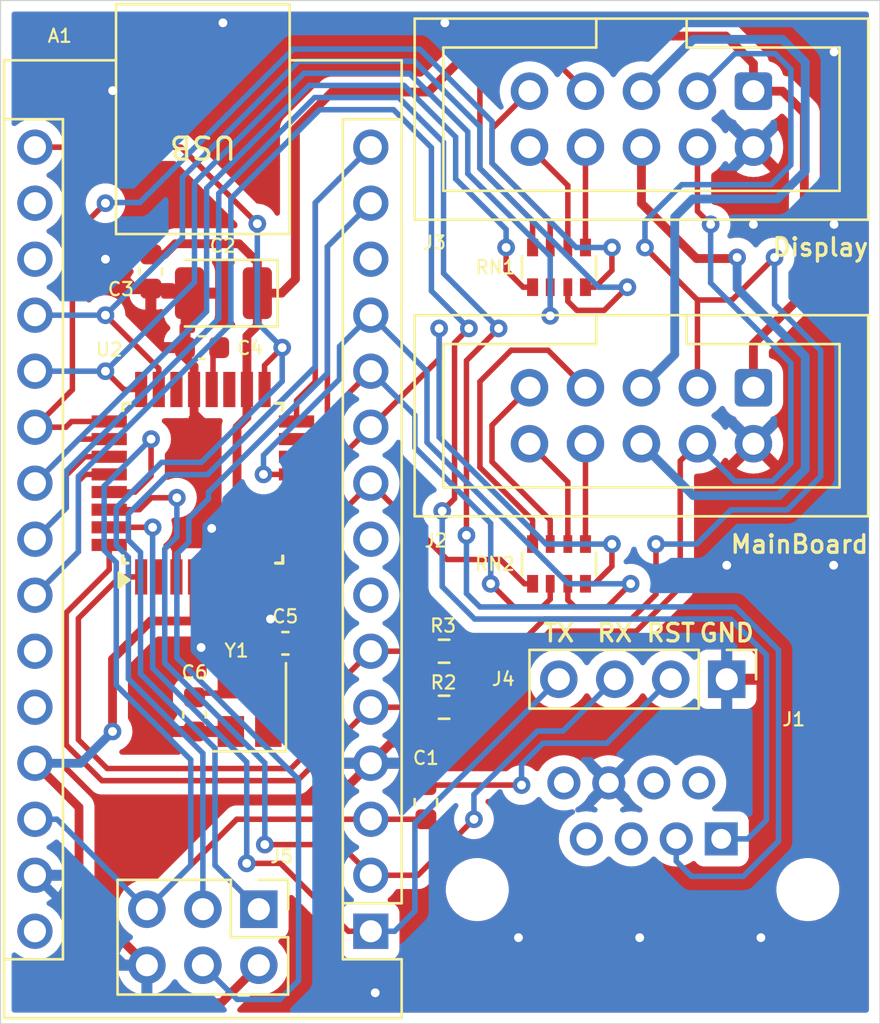
<source format=kicad_pcb>
(kicad_pcb (version 20240108) (generator "pcbnew") (generator_version "8.0")
  (layers (0 "F.Cu" signal) (31 "B.Cu" signal) (34 "B.Paste" user) (35 "F.Paste" user) (36 "B.SilkS" user "B.Silkscreen") (37 "F.SilkS" user "F.Silkscreen") (38 "B.Mask" user) (39 "F.Mask" user) (44 "Edge.Cuts" user))
  (net 0 "")
  (net 1 "/inUP_15")
  (net 2 "/SCK")
  (net 3 "/RESET")
  (net 4 "/MISO")
  (net 6 "/inSET_14")
  (net 9 "/MOSI")
  (net 10 "/hardSCL")
  (net 11 "/outDOWN_7")
  (net 12 "/hardSDA")
  (net 13 "/SDA_D3_3")
  (net 14 "/TX")
  (net 15 "GND")
  (net 17 "+5V")
  (net 18 "/inON_17")
  (net 19 "/SCL_D2_2")
  (net 22 "/outON_6")
  (net 24 "/RX")
  (net 26 "/inDOWN_16")
  (net 27 "/outUP_8")
  (net 28 "/outSET_9")
  (net 29 "Net-(J4-Pin_2)")
  (net 30 "Net-(U2-AREF)")
  (net 31 "Net-(U2-XTAL2{slash}PB7)")
  (net 32 "Net-(U2-XTAL1{slash}PB6)")
  (net 38 "Net-(J2-Pin_7)")
  (net 39 "/-Ligth")
  (net 40 "Net-(J2-Pin_8)")
  (net 41 "Net-(J2-Pin_10)")
  (net 42 "/softSDA")
  (net 43 "/softSCL")
  (net 44 "Net-(J2-Pin_9)")
  (net 45 "/+Ligth")
  (net 46 "Net-(J3-Pin_7)")
  (net 47 "Net-(J3-Pin_10)")
  (net 48 "Net-(J3-Pin_9)")
  (net 49 "Net-(J3-Pin_8)")
  (footprint "Connector_PinHeader_2.54mm:PinHeader_2x03_P2.54mm_Vertical" (layer "F.Cu") (at 111.72 121.21 -90)
    (property "Reference" "J5")
    (property "Value" "PROG")
  )
  (footprint "Resistor_SMD:R_Array_Convex_4x0603" (layer "F.Cu") (at 125.34 92.1 -90)
    (property "Reference" "RN1")
    (property "Value" "1K")
  )
  (footprint "Crystal:Crystal_SMD_3225-4Pin_3.2x2.5mm" (layer "F.Cu") (at 111.3 112.05 90)
    (property "Reference" "Y1")
    (property "Value" "16MHz")
  )
  (footprint "Resistor_SMD:R_0603_1608Metric" (layer "F.Cu") (at 120.125 112.05)
    (property "Reference" "R2")
    (property "Value" "10K")
  )
  (footprint "Capacitor_SMD:C_0603_1608Metric" (layer "F.Cu") (at 112.925 109.15)
    (property "Reference" "C5")
    (property "Value" "10pF")
  )
  (footprint "Connector_PinHeader_2.54mm:PinHeader_1x04_P2.54mm_Vertical" (layer "F.Cu") (at 132.95 110.78 -90)
    (property "Reference" "J4")
    (property "Value" "UART PROG")
  )
  (footprint "Resistor_SMD:R_0603_1608Metric" (layer "F.Cu") (at 120.125 109.51)
    (property "Reference" "R3")
    (property "Value" "10K")
  )
  (footprint "Resistor_SMD:R_Array_Convex_4x0603" (layer "F.Cu") (at 125.34 105.55 -90)
    (property "Reference" "RN2")
    (property "Value" "100R")
  )
  (footprint "Capacitor_SMD:C_0603_1608Metric" (layer "F.Cu") (at 108.8 112.375 90)
    (property "Reference" "C6")
    (property "Value" "10pF")
  )
  (footprint "MegaSensor:IDC-Header_2x05_P2.54mm_VerticalSilk" (layer "F.Cu") (at 134.16 84.11 -90)
    (property "Reference" "J3")
    (property "Value" "Display")
  )
  (footprint "MegaSensor:Arduino_Nano" (layer "F.Cu") (at 116.8 122.21 180)
    (property "Reference" "A1")
    (property "Value" "Arduino_Nano_v2.x")
  )
  (footprint "Package_QFP:TQFP-32_7x7mm_P0.8mm" (layer "F.Cu") (at 109.18 101.89 90)
    (property "Reference" "U2")
    (property "Value" "ATmega328P-A")
  )
  (footprint "MegaSensor:RJ45_OST_PJ012-8P8CX_VerticalSensor" (layer "F.Cu") (at 129.13 118.02)
    (property "Reference" "J1")
    (property "Value" "8P8C")
  )
  (footprint "Capacitor_SMD:C_0603_1608Metric" (layer "F.Cu") (at 106.82 92.29 90)
    (property "Reference" "C3")
    (property "Value" "100nF")
  )
  (footprint "MegaSensor:IDC-Header_2x05_P2.54mm_VerticalSilk" (layer "F.Cu") (at 134.16 97.56 -90)
    (property "Reference" "J2")
    (property "Value" "MainBoard")
  )
  (footprint "Capacitor_SMD:C_0603_1608Metric" (layer "F.Cu") (at 119.3 116.355 90)
    (property "Reference" "C1")
    (property "Value" "100nF")
  )
  (footprint "Capacitor_Tantalum_SMD:CP_EIA-3528-12_Kemet-T" (layer "F.Cu") (at 110.1125 93.27 180)
    (property "Reference" "C2")
    (property "Value" "22uF 10V")
  )
  (footprint "Capacitor_SMD:C_0603_1608Metric" (layer "F.Cu") (at 109.145 95.74)
    (property "Reference" "C4")
    (property "Value" "100nF")
  )
  (gr_line (start 100 80) (end 139.9 80) (stroke (width 0.05)) (layer "Edge.Cuts"))
  (gr_line (start 139.9 126.4) (end 100 126.4) (stroke (width 0.05)) (layer "Edge.Cuts"))
  (gr_line (start 100 126.4) (end 100 80) (stroke (width 0.05)) (layer "Edge.Cuts"))
  (gr_line (start 139.9 80) (end 139.9 126.4) (stroke (width 0.05)) (layer "Edge.Cuts"))
  (gr_text "Display" (at 137.2 91.19 0) (layer "F.SilkS") (effects (font (size 0.8 0.8) (thickness 0.15) (bold yes))))
  (gr_text "GND" (at 132.95 108.68 0) (layer "F.SilkS") (effects (font (size 0.8 0.8) (thickness 0.15) (bold yes))))
  (gr_text "MainBoard" (at 136.25 104.66 0) (layer "F.SilkS") (effects (font (size 0.8 0.8) (thickness 0.15) (bold yes))))
  (gr_text "TX" (at 125.33 108.68 0) (layer "F.SilkS") (effects (font (size 0.8 0.8) (thickness 0.15) (bold yes))))
  (gr_text "RST" (at 130.41 108.68 0) (layer "F.SilkS") (effects (font (size 0.8 0.8) (thickness 0.15) (bold yes))))
  (gr_text "RX" (at 127.87 108.68 0) (layer "F.SilkS") (effects (font (size 0.8 0.8) (thickness 0.15) (bold yes))))
  (segment (start 105.59 97.64) (end 106.38 97.64) (width 0.25) (layer "F.Cu") (net 1))
  (segment (start 104.76 96.81) (end 105.59 97.64) (width 0.25) (layer "F.Cu") (net 1))
  (segment (start 124.94 94.3) (end 124.94 93) (width 0.25) (layer "F.Cu") (net 1))
  (via (at 104.76 96.81) (size 0.8) (drill 0.4) (layers "F.Cu" "B.Cu") (net 1))
  (via (at 124.94 94.3) (size 0.8) (drill 0.4) (layers "F.Cu" "B.Cu") (net 1))
  (segment (start 108.8 92.77) (end 104.76 96.81) (width 0.25) (layer "B.Cu") (net 1))
  (segment (start 108.8 88.27) (end 108.8 92.77) (width 0.25) (layer "B.Cu") (net 1))
  (segment (start 118.55 83.3) (end 113.77 83.3) (width 0.25) (layer "B.Cu") (net 1))
  (segment (start 121.2 85.95) (end 118.55 83.3) (width 0.25) (layer "B.Cu") (net 1))
  (segment (start 113.77 83.3) (end 108.8 88.27) (width 0.25) (layer "B.Cu") (net 1))
  (segment (start 124.94 91.59) (end 121.2 87.85) (width 0.25) (layer "B.Cu") (net 1))
  (segment (start 104.76 96.81) (end 101.56 96.81) (width 0.25) (layer "B.Cu") (net 1))
  (segment (start 121.2 87.85) (end 121.2 85.95) (width 0.25) (layer "B.Cu") (net 1))
  (segment (start 124.94 94.3) (end 124.94 91.59) (width 0.25) (layer "B.Cu") (net 1))
  (segment (start 111.65 90.12) (end 108.18 86.65) (width 0.25) (layer "F.Cu") (net 2))
  (segment (start 112.78 95.74) (end 111.98 96.54) (width 0.25) (layer "F.Cu") (net 2))
  (segment (start 111.98 96.54) (end 111.98 97.64) (width 0.25) (layer "F.Cu") (net 2))
  (segment (start 108.18 86.65) (end 101.56 86.65) (width 0.25) (layer "F.Cu") (net 2))
  (via (at 112.78 95.74) (size 0.8) (drill 0.4) (layers "F.Cu" "B.Cu") (net 2))
  (via (at 111.65 90.12) (size 0.8) (drill 0.4) (layers "F.Cu" "B.Cu") (net 2))
  (segment (start 112.78 97.27) (end 112.78 95.74) (width 0.25) (layer "B.Cu") (net 2))
  (segment (start 105.8 110.76) (end 105.8 105.25) (width 0.25) (layer "B.Cu") (net 2))
  (segment (start 109.11 100.94) (end 112.78 97.27) (width 0.25) (layer "B.Cu") (net 2))
  (segment (start 111.65 90.12) (end 111.65 94.61) (width 0.25) (layer "B.Cu") (net 2))
  (segment (start 109.18 121.21) (end 109.18 114.14) (width 0.25) (layer "B.Cu") (net 2))
  (segment (start 105.25 104.7) (end 105.25 103) (width 0.25) (layer "B.Cu") (net 2))
  (segment (start 111.65 94.61) (end 112.78 95.74) (width 0.25) (layer "B.Cu") (net 2))
  (segment (start 109.18 114.14) (end 105.8 110.76) (width 0.25) (layer "B.Cu") (net 2))
  (segment (start 107.31 100.94) (end 109.11 100.94) (width 0.25) (layer "B.Cu") (net 2))
  (segment (start 105.25 103) (end 107.31 100.94) (width 0.25) (layer "B.Cu") (net 2))
  (segment (start 105.8 105.25) (end 105.25 104.7) (width 0.25) (layer "B.Cu") (net 2))
  (segment (start 116.8 117.13) (end 110.72 117.13) (width 0.25) (layer "F.Cu") (net 3))
  (segment (start 106.64 121.06) (end 106.64 121.21) (width 0.4) (layer "F.Cu") (net 3))
  (segment (start 106.83 101.56) (end 106.1 102.29) (width 0.25) (layer "F.Cu") (net 3))
  (segment (start 106.1 102.29) (end 104.93 102.29) (width 0.25) (layer "F.Cu") (net 3))
  (segment (start 106.83 99.89) (end 106.83 101.56) (width 0.25) (layer "F.Cu") (net 3))
  (segment (start 116.8 117.13) (end 119.3 117.13) (width 0.25) (layer "F.Cu") (net 3))
  (segment (start 110.72 117.13) (end 106.64 121.21) (width 0.25) (layer "F.Cu") (net 3))
  (via (at 106.83 99.89) (size 0.8) (drill 0.4) (layers "F.Cu" "B.Cu") (net 3))
  (segment (start 105.25 111.05) (end 108.63 114.43) (width 0.25) (layer "B.Cu") (net 3))
  (segment (start 105.25 105.48) (end 105.25 111.05) (width 0.25) (layer "B.Cu") (net 3))
  (segment (start 104.7 104.93) (end 105.25 105.48) (width 0.25) (layer "B.Cu") (net 3))
  (segment (start 106.64 121.21) (end 102.56 117.13) (width 0.25) (layer "B.Cu") (net 3))
  (segment (start 108.63 119.22) (end 106.64 121.21) (width 0.25) (layer "B.Cu") (net 3))
  (segment (start 102.56 117.13) (end 101.56 117.13) (width 0.25) (layer "B.Cu") (net 3))
  (segment (start 106.83 99.89) (end 104.7 102.02) (width 0.25) (layer "B.Cu") (net 3))
  (segment (start 108.63 114.43) (end 108.63 119.22) (width 0.25) (layer "B.Cu") (net 3))
  (segment (start 104.7 102.02) (end 104.7 104.93) (width 0.25) (layer "B.Cu") (net 3))
  (segment (start 114.28 97.29) (end 113.43 98.14) (width 0.25) (layer "F.Cu") (net 4))
  (segment (start 116.8 86.65) (end 114.28 89.17) (width 0.25) (layer "F.Cu") (net 4))
  (segment (start 114.28 89.17) (end 114.28 97.29) (width 0.25) (layer "F.Cu") (net 4))
  (segment (start 113.43 98.14) (end 113.43 99.09) (width 0.25) (layer "F.Cu") (net 4))
  (segment (start 109.39 101.5) (end 114.28 96.61) (width 0.25) (layer "B.Cu") (net 4))
  (segment (start 114.28 89.17) (end 116.8 86.65) (width 0.25) (layer "B.Cu") (net 4))
  (segment (start 106.35 105.02) (end 105.8 104.47) (width 0.25) (layer "B.Cu") (net 4))
  (segment (start 111.72 121.21) (end 109.73 119.22) (width 0.25) (layer "B.Cu") (net 4))
  (segment (start 105.8 104.47) (end 105.8 103.28) (width 0.25) (layer "B.Cu") (net 4))
  (segment (start 107.58 101.5) (end 109.39 101.5) (width 0.25) (layer "B.Cu") (net 4))
  (segment (start 109.73 119.22) (end 109.73 113.91) (width 0.25) (layer "B.Cu") (net 4))
  (segment (start 114.28 96.61) (end 114.28 89.17) (width 0.25) (layer "B.Cu") (net 4))
  (segment (start 106.35 110.53) (end 106.35 105.02) (width 0.25) (layer "B.Cu") (net 4))
  (segment (start 105.8 103.28) (end 107.58 101.5) (width 0.25) (layer "B.Cu") (net 4))
  (segment (start 109.73 113.91) (end 106.35 110.53) (width 0.25) (layer "B.Cu") (net 4))
  (segment (start 125.74 93.64) (end 125.74 93) (width 0.25) (layer "F.Cu") (net 6))
  (segment (start 126.15 94.05) (end 125.74 93.64) (width 0.25) (layer "F.Cu") (net 6))
  (segment (start 104.76 94.27) (end 107.18 96.69) (width 0.25) (layer "F.Cu") (net 6))
  (segment (start 128.44 93) (end 127.39 94.05) (width 0.25) (layer "F.Cu") (net 6))
  (segment (start 107.18 96.69) (end 107.18 97.64) (width 0.25) (layer "F.Cu") (net 6))
  (segment (start 127.39 94.05) (end 126.15 94.05) (width 0.25) (layer "F.Cu") (net 6))
  (via (at 104.76 94.27) (size 0.8) (drill 0.4) (layers "F.Cu" "B.Cu") (net 6))
  (via (at 128.44 93) (size 0.8) (drill 0.4) (layers "F.Cu" "B.Cu") (net 6))
  (segment (start 108.25 88.02) (end 113.52 82.75) (width 0.25) (layer "B.Cu") (net 6))
  (segment (start 104.76 94.27) (end 101.56 94.27) (width 0.25) (layer "B.Cu") (net 6))
  (segment (start 118.78 82.75) (end 121.75 85.72) (width 0.25) (layer "B.Cu") (net 6))
  (segment (start 113.52 82.75) (end 118.78 82.75) (width 0.25) (layer "B.Cu") (net 6))
  (segment (start 108.25 90.78) (end 108.25 88.02) (width 0.25) (layer "B.Cu") (net 6))
  (segment (start 127.14 93) (end 128.44 93) (width 0.25) (layer "B.Cu") (net 6))
  (segment (start 104.76 94.27) (end 108.25 90.78) (width 0.25) (layer "B.Cu") (net 6))
  (segment (start 121.75 87.61) (end 127.14 93) (width 0.25) (layer "B.Cu") (net 6))
  (segment (start 121.75 85.72) (end 121.75 87.61) (width 0.25) (layer "B.Cu") (net 6))
  (segment (start 114.83 99.49) (end 114.43 99.89) (width 0.25) (layer "F.Cu") (net 9))
  (segment (start 114.43 99.89) (end 113.43 99.89) (width 0.25) (layer "F.Cu") (net 9))
  (segment (start 114.83 91.16) (end 114.83 99.49) (width 0.25) (layer "F.Cu") (net 9))
  (segment (start 116.8 89.19) (end 114.83 91.16) (width 0.25) (layer "F.Cu") (net 9))
  (segment (start 109.435 102.295) (end 109.435 102.595) (width 0.25) (layer "B.Cu") (net 9))
  (segment (start 108 105.1) (end 108 109.8) (width 0.25) (layer "B.Cu") (net 9))
  (segment (start 109.435 102.595) (end 108.54 103.49) (width 0.25) (layer "B.Cu") (net 9))
  (segment (start 113.52 124.45) (end 112.67 125.3) (width 0.25) (layer "B.Cu") (net 9))
  (segment (start 108 109.8) (end 113.52 115.32) (width 0.25) (layer "B.Cu") (net 9))
  (segment (start 113.52 115.32) (end 113.52 124.45) (width 0.25) (layer "B.Cu") (net 9))
  (segment (start 108.54 103.49) (end 108.54 104.56) (width 0.25) (layer "B.Cu") (net 9))
  (segment (start 108.54 104.56) (end 108 105.1) (width 0.25) (layer "B.Cu") (net 9))
  (segment (start 110.73 125.3) (end 109.18 123.75) (width 0.25) (layer "B.Cu") (net 9))
  (segment (start 114.83 91.16) (end 114.83 96.9) (width 0.25) (layer "B.Cu") (net 9))
  (segment (start 114.83 96.9) (end 109.435 102.295) (width 0.25) (layer "B.Cu") (net 9))
  (segment (start 112.67 125.3) (end 110.73 125.3) (width 0.25) (layer "B.Cu") (net 9))
  (segment (start 116.8 89.19) (end 114.83 91.16) (width 0.25) (layer "B.Cu") (net 9))
  (segment (start 121.25 94.87) (end 120.6 95.52) (width 0.25) (layer "F.Cu") (net 10))
  (segment (start 104.93 101.49) (end 103.84 101.49) (width 0.25) (layer "F.Cu") (net 10))
  (segment (start 103.53 101.8) (end 103.53 105) (width 0.25) (layer "F.Cu") (net 10))
  (segment (start 120.6 102.59) (end 120.04 103.15) (width 0.25) (layer "F.Cu") (net 10))
  (segment (start 103.84 101.49) (end 103.53 101.8) (width 0.25) (layer "F.Cu") (net 10))
  (segment (start 120.6 95.52) (end 120.6 102.59) (width 0.25) (layer "F.Cu") (net 10))
  (segment (start 103.53 105) (end 101.56 106.97) (width 0.25) (layer "F.Cu") (net 10))
  (via (at 120.04 103.15) (size 0.8) (drill 0.4) (layers "F.Cu" "B.Cu") (net 10))
  (via (at 121.25 94.87) (size 0.8) (drill 0.4) (layers "F.Cu" "B.Cu") (net 10))
  (segment (start 110.45 88.98) (end 110.45 94.66) (width 0.25) (layer "B.Cu") (net 10))
  (segment (start 121.25 94.87) (end 119.55 93.17) (width 0.25) (layer "B.Cu") (net 10))
  (segment (start 134.75 117.17) (end 133.9 118.02) (width 0.25) (layer "B.Cu") (net 10))
  (segment (start 121.51 108.05) (end 133.12 108.05) (width 0.25) (layer "B.Cu") (net 10))
  (segment (start 119.55 86.67) (end 117.83 84.95) (width 0.25) (layer "B.Cu") (net 10))
  (segment (start 114.48 84.95) (end 110.45 88.98) (width 0.25) (layer "B.Cu") (net 10))
  (segment (start 134.75 109.68) (end 134.75 117.17) (width 0.25) (layer "B.Cu") (net 10))
  (segment (start 103.53 101.58) (end 103.53 105) (width 0.25) (layer "B.Cu") (net 10))
  (segment (start 103.53 105) (end 101.56 106.97) (width 0.25) (layer "B.Cu") (net 10))
  (segment (start 133.9 118.02) (end 132.7 118.02) (width 0.25) (layer "B.Cu") (net 10))
  (segment (start 117.83 84.95) (end 114.48 84.95) (width 0.25) (layer "B.Cu") (net 10))
  (segment (start 119.55 93.17) (end 119.55 86.67) (width 0.25) (layer "B.Cu") (net 10))
  (segment (start 120.04 106.58) (end 121.51 108.05) (width 0.25) (layer "B.Cu") (net 10))
  (segment (start 110.45 94.66) (end 103.53 101.58) (width 0.25) (layer "B.Cu") (net 10))
  (segment (start 120.04 103.15) (end 120.04 106.58) (width 0.25) (layer "B.Cu") (net 10))
  (segment (start 133.12 108.05) (end 134.75 109.68) (width 0.25) (layer "B.Cu") (net 10))
  (segment (start 126.95 106.45) (end 126.54 106.45) (width 0.25) (layer "F.Cu") (net 11))
  (segment (start 115.38 102.15) (end 115.38 100.77) (width 0.25) (layer "F.Cu") (net 11))
  (segment (start 119.9 94.87) (end 119.9 96.25) (width 0.25) (layer "F.Cu") (net 11))
  (segment (start 119.9 96.25) (end 116.8 99.35) (width 0.25) (layer "F.Cu") (net 11))
  (segment (start 115.38 100.77) (end 116.8 99.35) (width 0.25) (layer "F.Cu") (net 11))
  (segment (start 113.43 103.09) (end 114.44 103.09) (width 0.25) (layer "F.Cu") (net 11))
  (segment (start 127.74 105.66) (end 126.95 106.45) (width 0.25) (layer "F.Cu") (net 11))
  (segment (start 127.74 104.65) (end 127.74 105.66) (width 0.25) (layer "F.Cu") (net 11))
  (segment (start 114.44 103.09) (end 115.38 102.15) (width 0.25) (layer "F.Cu") (net 11))
  (via (at 127.74 104.65) (size 0.8) (drill 0.4) (layers "F.Cu" "B.Cu") (net 11))
  (via (at 119.9 94.87) (size 0.8) (drill 0.4) (layers "F.Cu" "B.Cu") (net 11))
  (segment (start 119.9 94.87) (end 119.9 99.8) (width 0.25) (layer "B.Cu") (net 11))
  (segment (start 124.75 104.65) (end 127.74 104.65) (width 0.25) (layer "B.Cu") (net 11))
  (segment (start 119.9 99.8) (end 124.75 104.65) (width 0.25) (layer "B.Cu") (net 11))
  (segment (start 102.98 103.01) (end 101.56 104.43) (width 0.25) (layer "F.Cu") (net 12))
  (segment (start 122.6 94.87) (end 121.14 96.33) (width 0.25) (layer "F.Cu") (net 12))
  (segment (start 121.14 96.33) (end 121.14 104.25) (width 0.25) (layer "F.Cu") (net 12))
  (segment (start 103.82 100.69) (end 102.98 101.53) (width 0.25) (layer "F.Cu") (net 12))
  (segment (start 102.98 101.53) (end 102.98 103.01) (width 0.25) (layer "F.Cu") (net 12))
  (segment (start 104.93 100.69) (end 103.82 100.69) (width 0.25) (layer "F.Cu") (net 12))
  (via (at 121.14 104.25) (size 0.8) (drill 0.4) (layers "F.Cu" "B.Cu") (net 12))
  (via (at 122.6 94.87) (size 0.8) (drill 0.4) (layers "F.Cu" "B.Cu") (net 12))
  (segment (start 120.1 92.37) (end 120.1 86.43) (width 0.25) (layer "B.Cu") (net 12))
  (segment (start 102.98 101.34) (end 102.98 103.01) (width 0.25) (layer "B.Cu") (net 12))
  (segment (start 120.1 86.43) (end 118.07 84.4) (width 0.25) (layer "B.Cu") (net 12))
  (segment (start 109.9 88.75) (end 109.9 94.42) (width 0.25) (layer "B.Cu") (net 12))
  (segment (start 122.6 94.87) (end 120.1 92.37) (width 0.25) (layer "B.Cu") (net 12))
  (segment (start 121.14 106.89) (end 121.75 107.5) (width 0.25) (layer "B.Cu") (net 12))
  (segment (start 109.9 94.42) (end 102.98 101.34) (width 0.25) (layer "B.Cu") (net 12))
  (segment (start 102.98 103.01) (end 101.56 104.43) (width 0.25) (layer "B.Cu") (net 12))
  (segment (start 121.14 104.25) (end 121.14 106.89) (width 0.25) (layer "B.Cu") (net 12))
  (segment (start 121.75 107.5) (end 133.34 107.5) (width 0.25) (layer "B.Cu") (net 12))
  (segment (start 131.35 119.72) (end 130.66 119.03) (width 0.25) (layer "B.Cu") (net 12))
  (segment (start 118.07 84.4) (end 114.25 84.4) (width 0.25) (layer "B.Cu") (net 12))
  (segment (start 133.34 107.5) (end 135.3 109.46) (width 0.25) (layer "B.Cu") (net 12))
  (segment (start 114.25 84.4) (end 109.9 88.75) (width 0.25) (layer "B.Cu") (net 12))
  (segment (start 133.7 119.72) (end 131.35 119.72) (width 0.25) (layer "B.Cu") (net 12))
  (segment (start 135.3 109.46) (end 135.3 118.12) (width 0.25) (layer "B.Cu") (net 12))
  (segment (start 130.66 119.03) (end 130.66 118.02) (width 0.25) (layer "B.Cu") (net 12))
  (segment (start 135.3 118.12) (end 133.7 119.72) (width 0.25) (layer "B.Cu") (net 12))
  (segment (start 103.53 108.02) (end 105.41 106.14) (width 0.25) (layer "F.Cu") (net 13))
  (segment (start 115.3 112.71) (end 113.18 114.83) (width 0.25) (layer "F.Cu") (net 13))
  (segment (start 116.8 109.51) (end 119.3 109.51) (width 0.25) (layer "F.Cu") (net 13))
  (segment (start 105.41 106.14) (end 106.38 106.14) (width 0.25) (layer "F.Cu") (net 13))
  (segment (start 113.18 114.83) (end 104.84 114.83) (width 0.25) (layer "F.Cu") (net 13))
  (segment (start 103.53 113.52) (end 103.53 108.02) (width 0.25) (layer "F.Cu") (net 13))
  (segment (start 116.8 109.51) (end 115.3 111.01) (width 0.25) (layer "F.Cu") (net 13))
  (segment (start 115.3 111.01) (end 115.3 112.71) (width 0.25) (layer "F.Cu") (net 13))
  (segment (start 104.84 114.83) (end 103.53 113.52) (width 0.25) (layer "F.Cu") (net 13))
  (segment (start 112.7 119.13) (end 115.78 122.21) (width 0.25) (layer "F.Cu") (net 14))
  (segment (start 104.93 103.89) (end 106.9 103.89) (width 0.25) (layer "F.Cu") (net 14))
  (segment (start 111.17 119.13) (end 112.7 119.13) (width 0.25) (layer "F.Cu") (net 14))
  (segment (start 115.78 122.21) (end 116.8 122.21) (width 0.25) (layer "F.Cu") (net 14))
  (via (at 106.9 103.89) (size 0.8) (drill 0.4) (layers "F.Cu" "B.Cu") (net 14))
  (via (at 111.17 119.13) (size 0.8) (drill 0.4) (layers "F.Cu" "B.Cu") (net 14))
  (segment (start 125.33 110.78) (end 118.8 117.31) (width 0.25) (layer "B.Cu") (net 14))
  (segment (start 117.88 122.21) (end 116.8 122.21) (width 0.25) (layer "B.Cu") (net 14))
  (segment (start 118.8 121.29) (end 117.88 122.21) (width 0.25) (layer "B.Cu") (net 14))
  (segment (start 106.9 110.27) (end 111.17 114.54) (width 0.25) (layer "B.Cu") (net 14))
  (segment (start 106.9 103.89) (end 106.9 110.27) (width 0.25) (layer "B.Cu") (net 14))
  (segment (start 118.8 117.31) (end 118.8 121.29) (width 0.25) (layer "B.Cu") (net 14))
  (segment (start 111.17 114.54) (end 111.17 119.13) (width 0.25) (layer "B.Cu") (net 14))
  (segment (start 107 116.25) (end 105.5625 117.6875) (width 0.4) (layer "F.Cu") (net 15))
  (segment (start 107.98 106.14) (end 107.98 104.93) (width 0.4) (layer "F.Cu") (net 15))
  (segment (start 108.54 109.34) (end 107.6 110.28) (width 0.25) (layer "F.Cu") (net 15))
  (segment (start 108.97 103.94) (end 109.58 103.94) (width 0.4) (layer "F.Cu") (net 15))
  (segment (start 135.31 89) (end 134.16 90.15) (width 0.4) (layer "F.Cu") (net 15))
  (segment (start 107.88 113.15) (end 108.8 113.15) (width 0.25) (layer "F.Cu") (net 15))
  (segment (start 109.58 99.53) (end 108.78 98.73) (width 0.4) (layer "F.Cu") (net 15))
  (segment (start 108.8 113.15) (end 110.45 113.15) (width 0.25) (layer "F.Cu") (net 15))
  (segment (start 135.31 87.8) (end 135.31 89) (width 0.4) (layer "F.Cu") (net 15))
  (segment (start 108.37 93.065) (end 108.575 93.27) (width 0.4) (layer "F.Cu") (net 15))
  (segment (start 116.8 114.59) (end 116.38 114.59) (width 0.4) (layer "F.Cu") (net 15))
  (segment (start 105.5625 117.6875) (end 105.56 117.6875) (width 0.4) (layer "F.Cu") (net 15))
  (segment (start 137.82 90.15) (end 137.82 96.44) (width 0.4) (layer "F.Cu") (net 15))
  (segment (start 109.58 103.94) (end 109.58 99.53) (width 0.4) (layer "F.Cu") (net 15))
  (segment (start 107.6 110.28) (end 107.6 112.87) (width 0.25) (layer "F.Cu") (net 15))
  (segment (start 108.78 96.59) (end 108.37 96.18) (width 0.4) (layer "F.Cu") (net 15))
  (segment (start 104.69 118.5575) (end 104.69 121.8) (width 0.4) (layer "F.Cu") (net 15))
  (segment (start 132.99 88.98) (end 132.99 87.82) (width 0.4) (layer "F.Cu") (net 15))
  (segment (start 137.82 96.44) (end 134.16 100.1) (width 0.4) (layer "F.Cu") (net 15))
  (segment (start 134.16 90.15) (end 132.99 88.98) (width 0.4) (layer "F.Cu") (net 15))
  (segment (start 134.16 86.65) (end 135.31 87.8) (width 0.4) (layer "F.Cu") (net 15))
  (segment (start 125.8 113.68) (end 127.6 115.48) (width 0.4) (layer "F.Cu") (net 15))
  (segment (start 132.97 112.72) (end 132.95 112.7) (width 0.4) (layer "F.Cu") (net 15))
  (segment (start 112.15 110.95) (end 112.15 109.15) (width 0.25) (layer "F.Cu") (net 15))
  (segment (start 129.4 113.68) (end 132.01 113.68) (width 0.4) (layer "F.Cu") (net 15))
  (segment (start 108.78 97.64) (end 108.78 96.59) (width 0.4) (layer "F.Cu") (net 15))
  (segment (start 106.82 93.065) (end 108.37 93.065) (width 0.4) (layer "F.Cu") (net 15))
  (segment (start 134.16 100.1) (end 132.95 101.31) (width 0.4) (layer "F.Cu") (net 15))
  (segment (start 104.76 91.73) (end 106.095 93.065) (width 0.4) (layer "F.Cu") (net 15))
  (segment (start 127.6 115.48) (end 129.4 113.68) (width 0.4) (layer "F.Cu") (net 15))
  (segment (start 108.37 93.475) (end 108.575 93.27) (width 0.4) (layer "F.Cu") (net 15))
  (segment (start 132.95 105.61) (end 132.95 110.78) (width 0.4) (layer "F.Cu") (net 15))
  (segment (start 132.01 113.68) (end 132.97 112.72) (width 0.4) (layer "F.Cu") (net 15))
  (segment (start 108.37 96.18) (end 108.37 95.74) (width 0.4) (layer "F.Cu") (net 15))
  (segment (start 132.95 101.31) (end 132.95 105.61) (width 0.4) (layer "F.Cu") (net 15))
  (segment (start 106.095 93.065) (end 106.82 93.065) (width 0.4) (layer "F.Cu") (net 15))
  (segment (start 116.8 114.59) (end 117.71 113.68) (width 0.4) (layer "F.Cu") (net 15))
  (segment (start 132.99 87.82) (end 134.16 86.65) (width 0.4) (layer "F.Cu") (net 15))
  (segment (start 104.69 121.8) (end 106.64 123.75) (width 0.4) (layer "F.Cu") (net 15))
  (segment (start 116.8 114.59) (end 115.14 116.25) (width 0.4) (layer "F.Cu") (net 15))
  (segment (start 109.58 104.38) (end 109.58 103.94) (width 0.4) (layer "F.Cu") (net 15))
  (segment (start 112.25 109.05) (end 112.15 109.15) (width 0.25) (layer "F.Cu") (net 15))
  (segment (start 137.82 82.33) (end 137.82 90.15) (width 0.4) (layer "F.Cu") (net 15))
  (segment (start 109.58 106.14) (end 109.58 104.38) (width 0.4) (layer "F.Cu") (net 15))
  (segment (start 108.37 95.74) (end 108.37 93.475) (width 0.4) (layer "F.Cu") (net 15))
  (segment (start 117.71 113.68) (end 125.8 113.68) (width 0.4) (layer "F.Cu") (net 15))
  (segment (start 109.1 109.34) (end 108.54 109.34) (width 0.25) (layer "F.Cu") (net 15))
  (segment (start 107.98 104.93) (end 108.97 103.94) (width 0.4) (layer "F.Cu") (net 15))
  (segment (start 108.78 98.73) (end 108.78 97.64) (width 0.4) (layer "F.Cu") (net 15))
  (segment (start 112.25 108.05) (end 112.25 109.05) (width 0.25) (layer "F.Cu") (net 15))
  (segment (start 132.95 112.7) (end 132.95 110.78) (width 0.4) (layer "F.Cu") (net 15))
  (segment (start 105.56 117.6875) (end 104.69 118.5575) (width 0.4) (layer "F.Cu") (net 15))
  (segment (start 115.14 116.25) (end 107 116.25) (width 0.4) (layer "F.Cu") (net 15))
  (segment (start 107.6 112.87) (end 107.88 113.15) (width 0.25) (layer "F.Cu") (net 15))
  (via (at 132.95 105.61) (size 0.8) (drill 0.4) (layers "F.Cu" "B.Cu") (net 15))
  (via (at 109.58 103.94) (size 0.8) (drill 0.4) (layers "F.Cu" "B.Cu") (net 15))
  (via (at 117 125) (size 0.8) (drill 0.4) (layers "F.Cu" "B.Cu") (net 15))
  (via (at 110.09 81.01) (size 0.8) (drill 0.4) (layers "F.Cu" "B.Cu") (net 15))
  (via (at 120.16 81.01) (size 0.8) (drill 0.4) (layers "F.Cu" "B.Cu") (net 15))
  (via (at 137.8 105.61) (size 0.8) (drill 0.4) (layers "F.Cu" "B.Cu") (net 15))
  (via (at 104.76 91.73) (size 0.8) (drill 0.4) (layers "F.Cu" "B.Cu") (net 15))
  (via (at 109.1 109.34) (size 0.8) (drill 0.4) (layers "F.Cu" "B.Cu") (net 15))
  (via (at 129 122.5) (size 0.8) (drill 0.4) (layers "F.Cu" "B.Cu") (net 15))
  (via (at 123.5 122.5) (size 0.8) (drill 0.4) (layers "F.Cu" "B.Cu") (net 15))
  (via (at 112.25 108.05) (size 0.8) (drill 0.4) (layers "F.Cu" "B.Cu") (net 15))
  (via (at 137.82 82.33) (size 0.8) (drill 0.4) (layers "F.Cu" "B.Cu") (net 15))
  (via (at 105.085 84.085) (size 0.8) (drill 0.4) (layers "F.Cu" "B.Cu") (net 15))
  (via (at 137.82 90.15) (size 0.8) (drill 0.4) (layers "F.Cu" "B.Cu") (net 15))
  (via (at 134.5 122.5) (size 0.8) (drill 0.4) (layers "F.Cu" "B.Cu") (net 15))
  (via (at 134.16 90.15) (size 0.8) (drill 0.4) (layers "F.Cu" "B.Cu") (net 15))
  (segment (start 103.36 85.81) (end 105.085 84.085) (width 0.4) (layer "B.Cu") (net 15))
  (segment (start 134.16 90.15) (end 137.82 90.15) (width 0.4) (layer "B.Cu") (net 15))
  (segment (start 105.64 123.75) (end 106.64 123.75) (width 0.4) (layer "B.Cu") (net 15))
  (segment (start 114.99 114.59) (end 116.8 114.59) (width 0.4) (layer "B.Cu") (net 15))
  (segment (start 110.09 81.01) (end 120.16 81.01) (width 0.4) (layer "B.Cu") (net 15))
  (segment (start 105.085 84.085) (end 108.16 81.01) (width 0.4) (layer "B.Cu") (net 15))
  (segment (start 109.58 105.38) (end 112.25 108.05) (width 0.4) (layer "B.Cu") (net 15))
  (segment (start 109.21 109.45) (end 110.85 109.45) (width 0.4) (layer "B.Cu") (net 15))
  (segment (start 110.85 109.45) (end 112.25 108.05) (width 0.4) (layer "B.Cu") (net 15))
  (segment (start 137.82 82.33) (end 137.26 81.77) (width 0.4) (layer "B.Cu") (net 15))
  (segment (start 108.16 81.01) (end 110.09 81.01) (width 0.4) (layer "B.Cu") (net 15))
  (segment (start 103.36 90.33) (end 103.36 85.81) (width 0.4) (layer "B.Cu") (net 15))
  (segment (start 110.85 110.45) (end 114.99 114.59) (width 0.4) (layer "B.Cu") (net 15))
  (segment (start 120.16 81.01) (end 136.5 81.01) (width 0.4) (layer "B.Cu") (net 15))
  (segment (start 104.76 91.73) (end 103.36 90.33) (width 0.4) (layer "B.Cu") (net 15))
  (segment (start 109.58 103.94) (end 109.58 105.38) (width 0.4) (layer "B.Cu") (net 15))
  (segment (start 101.56 119.67) (end 105.64 123.75) (width 0.4) (layer "B.Cu") (net 15))
  (segment (start 109.1 109.34) (end 109.21 109.45) (width 0.4) (layer "B.Cu") (net 15))
  (segment (start 137.82 82.33) (end 137.82 90.15) (width 0.4) (layer "B.Cu") (net 15))
  (segment (start 136.5 81.01) (end 137.82 82.33) (width 0.4) (layer "B.Cu") (net 15))
  (segment (start 110.85 109.45) (end 110.85 110.45) (width 0.4) (layer "B.Cu") (net 15))
  (segment (start 111.18 95.21) (end 111.65 94.74) (width 0.4) (layer "F.Cu") (net 17))
  (segment (start 111.65 91.86) (end 111.65 93.27) (width 0.4) (layer "F.Cu") (net 17))
  (segment (start 109.66 108.14) (end 110.38 107.42) (width 0.4) (layer "F.Cu") (net 17))
  (segment (start 136.47 85.1) (end 136.47 93.26) (width 0.4) (layer "F.Cu") (net 17))
  (segment (start 110.73 99.35) (end 110.73 104.64) (width 0.4) (layer "F.Cu") (net 17))
  (segment (start 119.41 84.15) (end 115.04 84.15) (width 0.4) (layer "F.Cu") (net 17))
  (segment (start 110.73 104.64) (end 110.38 104.99) (width 0.4) (layer "F.Cu") (net 17))
  (segment (start 105.08 109.87) (end 106.81 108.14) (width 0.4) (layer "F.Cu") (net 17))
  (segment (start 106.81 108.14) (end 108.78 108.14) (width 0.4) (layer "F.Cu") (net 17))
  (segment (start 113.38 85.81) (end 113.38 92.64) (width 0.4) (layer "F.Cu") (net 17))
  (segment (start 105.08 113.15) (end 105.08 109.87) (width 0.4) (layer "F.Cu") (net 17))
  (segment (start 110.02 125.45) (end 104.91 125.45) (width 0.4) (layer "F.Cu") (net 17))
  (segment (start 108.78 106.14) (end 108.78 108.14) (width 0.4) (layer "F.Cu") (net 17))
  (segment (start 111.18 97.64) (end 111.18 95.21) (width 0.4) (layer "F.Cu") (net 17))
  (segment (start 110.38 104.99) (end 110.38 106.14) (width 0.4) (layer "F.Cu") (net 17))
  (segment (start 115.04 84.15) (end 113.38 85.81) (width 0.4) (layer "F.Cu") (net 17))
  (segment (start 103.56 116.59) (end 101.56 114.59) (width 0.4) (layer "F.Cu") (net 17))
  (segment (start 104.91 125.45) (end 103.56 124.1) (width 0.4) (layer "F.Cu") (net 17))
  (segment (start 134.16 82.86) (end 132.91 81.61) (width 0.4) (layer "F.Cu") (net 17))
  (segment (start 110.38 107.42) (end 110.38 106.14) (width 0.4) (layer "F.Cu") (net 17))
  (segment (start 107.445 91.515) (end 107.93 91.03) (width 0.4) (layer "F.Cu") (net 17))
  (segment (start 103.56 124.1) (end 103.56 116.59) (width 0.4) (layer "F.Cu") (net 17))
  (segment (start 121.95 81.61) (end 119.41 84.15) (width 0.4) (layer "F.Cu") (net 17))
  (segment (start 106.82 91.515) (end 107.445 91.515) (width 0.4) (layer "F.Cu") (net 17))
  (segment (start 107.93 91.03) (end 110.82 91.03) (width 0.4) (layer "F.Cu") (net 17))
  (segment (start 134.16 84.11) (end 134.16 82.86) (width 0.4) (layer "F.Cu") (net 17))
  (segment (start 132.91 81.61) (end 121.95 81.61) (width 0.4) (layer "F.Cu") (net 17))
  (segment (start 134.16 95.57) (end 134.16 97.56) (width 0.4) (layer "F.Cu") (net 17))
  (segment (start 111.18 98.9) (end 110.73 99.35) (width 0.4) (layer "F.Cu") (net 17))
  (segment (start 112.75 93.27) (end 111.65 93.27) (width 0.4) (layer "F.Cu") (net 17))
  (segment (start 111.65 94.74) (end 111.65 93.27) (width 0.4) (layer "F.Cu") (net 17))
  (segment (start 111.72 123.75) (end 110.02 125.45) (width 0.4) (layer "F.Cu") (net 17))
  (segment (start 134.16 84.11) (end 135.48 84.11) (width 0.4) (layer "F.Cu") (net 17))
  (segment (start 113.38 92.64) (end 112.75 93.27) (width 0.4) (layer "F.Cu") (net 17))
  (segment (start 135.48 84.11) (end 136.47 85.1) (width 0.4) (layer "F.Cu") (net 17))
  (segment (start 108.78 108.14) (end 109.66 108.14) (width 0.4) (layer "F.Cu") (net 17))
  (segment (start 136.47 93.26) (end 134.16 95.57) (width 0.4) (layer "F.Cu") (net 17))
  (segment (start 110.82 91.03) (end 111.65 91.86) (width 0.4) (layer "F.Cu") (net 17))
  (segment (start 111.18 97.64) (end 111.18 98.9) (width 0.4) (layer "F.Cu") (net 17))
  (via (at 105.08 113.15) (size 0.8) (drill 0.4) (layers "F.Cu" "B.Cu") (net 17))
  (segment (start 105.08 113.15) (end 103.64 114.59) (width 0.4) (layer "B.Cu") (net 17))
  (segment (start 103.64 114.59) (end 101.56 114.59) (width 0.4) (layer "B.Cu") (net 17))
  (segment (start 104.93 99.89) (end 103.56 99.89) (width 0.25) (layer "F.Cu") (net 18))
  (segment (start 122.94 91.2) (end 122.94 92.23) (width 0.25) (layer "F.Cu") (net 18))
  (segment (start 103.56 99.89) (end 101.56 101.89) (width 0.25) (layer "F.Cu") (net 18))
  (segment (start 123.71 93) (end 124.14 93) (width 0.25) (layer "F.Cu") (net 18))
  (segment (start 122.94 92.23) (end 123.71 93) (width 0.25) (layer "F.Cu") (net 18))
  (via (at 122.94 91.2) (size 0.8) (drill 0.4) (layers "F.Cu" "B.Cu") (net 18))
  (segment (start 120.65 86.19) (end 118.31 83.85) (width 0.25) (layer "B.Cu") (net 18))
  (segment (start 118.31 83.85) (end 114.01 83.85) (width 0.25) (layer "B.Cu") (net 18))
  (segment (start 114.01 83.85) (end 109.35 88.51) (width 0.25) (layer "B.Cu") (net 18))
  (segment (start 122.94 90.38) (end 120.65 88.09) (width 0.25) (layer "B.Cu") (net 18))
  (segment (start 109.35 88.51) (end 109.35 94.1) (width 0.25) (layer "B.Cu") (net 18))
  (segment (start 120.65 88.09) (end 120.65 86.19) (width 0.25) (layer "B.Cu") (net 18))
  (segment (start 109.35 94.1) (end 101.56 101.89) (width 0.25) (layer "B.Cu") (net 18))
  (segment (start 122.94 91.2) (end 122.94 90.38) (width 0.25) (layer "B.Cu") (net 18))
  (segment (start 102.98 107.76) (end 104.93 105.81) (width 0.25) (layer "F.Cu") (net 19))
  (segment (start 104.6 115.38) (end 102.98 113.76) (width 0.25) (layer "F.Cu") (net 19))
  (segment (start 113.47 115.38) (end 104.6 115.38) (width 0.25) (layer "F.Cu") (net 19))
  (segment (start 116.8 112.05) (end 119.3 112.05) (width 0.25) (layer "F.Cu") (net 19))
  (segment (start 116.8 112.05) (end 113.47 115.38) (width 0.25) (layer "F.Cu") (net 19))
  (segment (start 104.93 105.81) (end 104.93 104.69) (width 0.25) (layer "F.Cu") (net 19))
  (segment (start 102.98 113.76) (end 102.98 107.76) (width 0.25) (layer "F.Cu") (net 19))
  (segment (start 116.8 101.89) (end 120.26 105.35) (width 0.25) (layer "F.Cu") (net 22))
  (segment (start 120.26 105.35) (end 122.67 105.35) (width 0.25) (layer "F.Cu") (net 22))
  (segment (start 123.77 106.45) (end 124.14 106.45) (width 0.25) (layer "F.Cu") (net 22))
  (segment (start 113.43 103.89) (end 114.8 103.89) (width 0.25) (layer "F.Cu") (net 22))
  (segment (start 122.67 105.35) (end 123.77 106.45) (width 0.25) (layer "F.Cu") (net 22))
  (segment (start 114.8 103.89) (end 116.8 101.89) (width 0.25) (layer "F.Cu") (net 22))
  (segment (start 111.99 118.28) (end 115.41 118.28) (width 0.25) (layer "F.Cu") (net 24))
  (segment (start 121.48 117.13) (end 118.94 119.67) (width 0.25) (layer "F.Cu") (net 24))
  (segment (start 106.3 103.09) (end 104.93 103.09) (width 0.25) (layer "F.Cu") (net 24))
  (segment (start 118.94 119.67) (end 116.8 119.67) (width 0.25) (layer "F.Cu") (net 24))
  (segment (start 106.84 102.55) (end 106.3 103.09) (width 0.25) (layer "F.Cu") (net 24))
  (segment (start 108 102.55) (end 106.84 102.55) (width 0.25) (layer "F.Cu") (net 24))
  (segment (start 115.41 118.28) (end 116.8 119.67) (width 0.25) (layer "F.Cu") (net 24))
  (via (at 108 102.55) (size 0.8) (drill 0.4) (layers "F.Cu" "B.Cu") (net 24))
  (via (at 121.48 117.13) (size 0.8) (drill 0.4) (layers "F.Cu" "B.Cu") (net 24))
  (via (at 111.99 118.28) (size 0.8) (drill 0.4) (layers "F.Cu" "B.Cu") (net 24))
  (segment (start 121.48 117.13) (end 121.48 116.01) (width 0.25) (layer "B.Cu") (net 24))
  (segment (start 111.99 114.58) (end 111.99 118.28) (width 0.25) (layer "B.Cu") (net 24))
  (segment (start 108 104.32) (end 107.45 104.87) (width 0.25) (layer "B.Cu") (net 24))
  (segment (start 107.45 110.04) (end 111.99 114.58) (width 0.25) (layer "B.Cu") (net 24))
  (segment (start 124.36 113.13) (end 125.52 113.13) (width 0.25) (layer "B.Cu") (net 24))
  (segment (start 108 102.55) (end 108 104.32) (width 0.25) (layer "B.Cu") (net 24))
  (segment (start 107.45 104.87) (end 107.45 110.04) (width 0.25) (layer "B.Cu") (net 24))
  (segment (start 125.52 113.13) (end 127.87 110.78) (width 0.25) (layer "B.Cu") (net 24))
  (segment (start 121.48 116.01) (end 124.36 113.13) (width 0.25) (layer "B.Cu") (net 24))
  (segment (start 104.76 89.19) (end 103.26 90.69) (width 0.25) (layer "F.Cu") (net 26))
  (segment (start 127.74 91.2) (end 127.74 92.24) (width 0.25) (layer "F.Cu") (net 26))
  (segment (start 102.96 99.35) (end 103.22 99.09) (width 0.25) (layer "F.Cu") (net 26))
  (segment (start 127.74 92.24) (end 126.98 93) (width 0.25) (layer "F.Cu") (net 26))
  (segment (start 103.26 97.65) (end 101.56 99.35) (width 0.25) (layer "F.Cu") (net 26))
  (segment (start 126.98 93) (end 126.54 93) (width 0.25) (layer "F.Cu") (net 26))
  (segment (start 101.56 99.35) (end 102.96 99.35) (width 0.25) (layer "F.Cu") (net 26))
  (segment (start 103.22 99.09) (end 104.93 99.09) (width 0.25) (layer "F.Cu") (net 26))
  (segment (start 103.26 90.69) (end 103.26 97.65) (width 0.25) (layer "F.Cu") (net 26))
  (via (at 127.74 91.2) (size 0.8) (drill 0.4) (layers "F.Cu" "B.Cu") (net 26))
  (via (at 104.76 89.19) (size 0.8) (drill 0.4) (layers "F.Cu" "B.Cu") (net 26))
  (segment (start 106.32 89.16) (end 113.28 82.2) (width 0.25) (layer "B.Cu") (net 26))
  (segment (start 119.02 82.2) (end 122.3 85.48) (width 0.25) (layer "B.Cu") (net 26))
  (segment (start 122.3 87.38) (end 126.12 91.2) (width 0.25) (layer "B.Cu") (net 26))
  (segment (start 122.3 85.48) (end 122.3 87.38) (width 0.25) (layer "B.Cu") (net 26))
  (segment (start 104.76 89.19) (end 104.73 89.16) (width 0.25) (layer "B.Cu") (net 26))
  (segment (start 104.73 89.16) (end 106.32 89.16) (width 0.25) (layer "B.Cu") (net 26))
  (segment (start 113.28 82.2) (end 119.02 82.2) (width 0.25) (layer "B.Cu") (net 26))
  (segment (start 126.12 91.2) (end 127.74 91.2) (width 0.25) (layer "B.Cu") (net 26))
  (segment (start 115.38 99.73) (end 114.83 100.28) (width 0.25) (layer "F.Cu") (net 27))
  (segment (start 114.83 101.92) (end 114.46 102.29) (width 0.25) (layer "F.Cu") (net 27))
  (segment (start 124.94 107.15) (end 124.94 106.45) (width 0.25) (layer "F.Cu") (net 27))
  (segment (start 116.8 96.81) (end 115.38 98.23) (width 0.25) (layer "F.Cu") (net 27))
  (segment (start 115.38 98.23) (end 115.38 99.73) (width 0.25) (layer "F.Cu") (net 27))
  (segment (start 114.83 100.28) (end 114.83 101.92) (width 0.25) (layer "F.Cu") (net 27))
  (segment (start 123.29 107.5) (end 124.59 107.5) (width 0.25) (layer "F.Cu") (net 27))
  (segment (start 124.59 107.5) (end 124.94 107.15) (width 0.25) (layer "F.Cu") (net 27))
  (segment (start 114.46 102.29) (end 113.43 102.29) (width 0.25) (layer "F.Cu") (net 27))
  (segment (start 122.24 106.45) (end 123.29 107.5) (width 0.25) (layer "F.Cu") (net 27))
  (via (at 122.24 106.45) (size 0.8) (drill 0.4) (layers "F.Cu" "B.Cu") (net 27))
  (segment (start 118.8 100.27) (end 118.8 98.81) (width 0.25) (layer "B.Cu") (net 27))
  (segment (start 122.24 103.71) (end 118.8 100.27) (width 0.25) (layer "B.Cu") (net 27))
  (segment (start 118.8 98.81) (end 116.8 96.81) (width 0.25) (layer "B.Cu") (net 27))
  (segment (start 122.24 106.45) (end 122.24 103.71) (width 0.25) (layer "B.Cu") (net 27))
  (segment (start 128.59 106.45) (end 127.54 107.5) (width 0.25) (layer "F.Cu") (net 28))
  (segment (start 126.05 107.5) (end 125.74 107.19) (width 0.25) (layer "F.Cu") (net 28))
  (segment (start 127.54 107.5) (end 126.05 107.5) (width 0.25) (layer "F.Cu") (net 28))
  (segment (start 111.93 101.49) (end 113.43 101.49) (width 0.25) (layer "F.Cu") (net 28))
  (segment (start 125.74 107.19) (end 125.74 106.45) (width 0.25) (layer "F.Cu") (net 28))
  (via (at 128.59 106.45) (size 0.8) (drill 0.4) (layers "F.Cu" "B.Cu") (net 28))
  (via (at 111.93 101.49) (size 0.8) (drill 0.4) (layers "F.Cu" "B.Cu") (net 28))
  (segment (start 111.93 101.49) (end 111.93 100.62) (width 0.25) (layer "B.Cu") (net 28))
  (segment (start 119.35 96.82) (end 116.8 94.27) (width 0.25) (layer "B.Cu") (net 28))
  (segment (start 115.38 95.69) (end 116.8 94.27) (width 0.25) (layer "B.Cu") (net 28))
  (segment (start 125.76 106.45) (end 119.35 100.04) (width 0.25) (layer "B.Cu") (net 28))
  (segment (start 128.59 106.45) (end 125.76 106.45) (width 0.25) (layer "B.Cu") (net 28))
  (segment (start 111.93 100.62) (end 115.38 97.17) (width 0.25) (layer "B.Cu") (net 28))
  (segment (start 119.35 100.04) (end 119.35 96.82) (width 0.25) (layer "B.Cu") (net 28))
  (segment (start 115.38 97.17) (end 115.38 95.69) (width 0.25) (layer "B.Cu") (net 28))
  (segment (start 123.64 115.58) (end 119.3 115.58) (width 0.25) (layer "F.Cu") (net 29))
  (via (at 123.64 115.58) (size 0.8) (drill 0.4) (layers "F.Cu" "B.Cu") (net 29))
  (segment (start 123.64 114.65) (end 124.61 113.68) (width 0.25) (layer "B.Cu") (net 29))
  (segment (start 123.64 115.58) (end 123.64 114.65) (width 0.25) (layer "B.Cu") (net 29))
  (segment (start 124.61 113.68) (end 127.51 113.68) (width 0.25) (layer "B.Cu") (net 29))
  (segment (start 127.51 113.68) (end 130.41 110.78) (width 0.25) (layer "B.Cu") (net 29))
  (segment (start 109.64 96.02) (end 109.92 95.74) (width 0.25) (layer "F.Cu") (net 30))
  (segment (start 109.64 97.58) (end 109.64 96.02) (width 0.25) (layer "F.Cu") (net 30))
  (segment (start 109.58 97.64) (end 109.64 97.58) (width 0.25) (layer "F.Cu") (net 30))
  (segment (start 113.7 107.4) (end 113.7 109.15) (width 0.25) (layer "F.Cu") (net 31))
  (segment (start 113.7 109.15) (end 113.7 112.44) (width 0.25) (layer "F.Cu") (net 31))
  (segment (start 113.7 112.44) (end 112.99 113.15) (width 0.25) (layer "F.Cu") (net 31))
  (segment (start 112.44 106.14) (end 113.7 107.4) (width 0.25) (layer "F.Cu") (net 31))
  (segment (start 111.98 106.14) (end 112.44 106.14) (width 0.25) (layer "F.Cu") (net 31))
  (segment (start 112.99 113.15) (end 112.15 113.15) (width 0.25) (layer "F.Cu") (net 31))
  (segment (start 110.45 110.95) (end 110.45 111.24) (width 0.25) (layer "F.Cu") (net 32))
  (segment (start 108.99 111.41) (end 108.8 111.6) (width 0.25) (layer "F.Cu") (net 32))
  (segment (start 111.18 106.14) (end 111.18 108.12) (width 0.25) (layer "F.Cu") (net 32))
  (segment (start 110.28 111.41) (end 108.99 111.41) (width 0.25) (layer "F.Cu") (net 32))
  (segment (start 110.45 111.24) (end 110.28 111.41) (width 0.25) (layer "F.Cu") (net 32))
  (segment (start 111.18 108.12) (end 110.45 108.85) (width 0.25) (layer "F.Cu") (net 32))
  (segment (start 110.45 108.85) (end 110.45 110.95) (width 0.25) (layer "F.Cu") (net 32))
  (segment (start 123.17 95.86) (end 121.75 97.28) (width 0.25) (layer "F.Cu") (net 38))
  (segment (start 121.75 101.17) (end 124.14 103.56) (width 0.25) (layer "F.Cu") (net 38))
  (segment (start 124.14 103.56) (end 124.14 104.65) (width 0.25) (layer "F.Cu") (net 38))
  (segment (start 124.84 95.86) (end 123.17 95.86) (width 0.25) (layer "F.Cu") (net 38))
  (segment (start 126.54 97.56) (end 124.84 95.86) (width 0.25) (layer "F.Cu") (net 38))
  (segment (start 121.75 97.28) (end 121.75 101.17) (width 0.25) (layer "F.Cu") (net 38))
  (segment (start 133.42 91.65) (end 133.37 91.7) (width 0.4) (layer "F.Cu") (net 39))
  (segment (start 131.58 91.7) (end 129.08 89.2) (width 0.4) (layer "F.Cu") (net 39))
  (segment (start 133.37 91.7) (end 131.58 91.7) (width 0.4) (layer "F.Cu") (net 39))
  (segment (start 129.08 89.2) (end 129.08 86.65) (width 0.4) (layer "F.Cu") (net 39))
  (via (at 133.42 91.65) (size 0.8) (drill 0.4) (layers "F.Cu" "B.Cu") (net 39))
  (segment (start 136.51 101.25) (end 135.31 102.45) (width 0.4) (layer "B.Cu") (net 39))
  (segment (start 135.31 102.45) (end 131.43 102.45) (width 0.4) (layer "B.Cu") (net 39))
  (segment (start 133.42 93.05) (end 136.51 96.14) (width 0.4) (layer "B.Cu") (net 39))
  (segment (start 136.51 96.14) (end 136.51 101.25) (width 0.4) (layer "B.Cu") (net 39))
  (segment (start 133.42 91.65) (end 133.42 93.05) (width 0.4) (layer "B.Cu") (net 39))
  (segment (start 131.43 102.45) (end 129.08 100.1) (width 0.4) (layer "B.Cu") (net 39))
  (segment (start 126.54 100.1) (end 126.54 104.65) (width 0.25) (layer "F.Cu") (net 40))
  (segment (start 124 100.1) (end 125.74 101.84) (width 0.25) (layer "F.Cu") (net 41))
  (segment (start 125.74 101.84) (end 125.74 104.65) (width 0.25) (layer "F.Cu") (net 41))
  (segment (start 129.74 106.93) (end 128.62 108.05) (width 0.25) (layer "F.Cu") (net 42))
  (segment (start 123.22 109.51) (end 120.95 109.51) (width 0.25) (layer "F.Cu") (net 42))
  (segment (start 129.74 104.65) (end 129.74 106.93) (width 0.25) (layer "F.Cu") (net 42))
  (segment (start 133.19 93.58) (end 135.12 91.65) (width 0.25) (layer "F.Cu") (net 42))
  (segment (start 124.68 108.05) (end 123.22 109.51) (width 0.25) (layer "F.Cu") (net 42))
  (segment (start 131.62 93.58) (end 131.62 97.56) (width 0.25) (layer "F.Cu") (net 42))
  (segment (start 129.24 91.2) (end 131.62 93.58) (width 0.25) (layer "F.Cu") (net 42))
  (segment (start 131.62 93.58) (end 133.19 93.58) (width 0.25) (layer "F.Cu") (net 42))
  (segment (start 128.62 108.05) (end 124.68 108.05) (width 0.25) (layer "F.Cu") (net 42))
  (via (at 129.74 104.65) (size 0.8) (drill 0.4) (layers "F.Cu" "B.Cu") (net 42))
  (via (at 135.12 91.65) (size 0.8) (drill 0.4) (layers "F.Cu" "B.Cu") (net 42))
  (via (at 129.24 91.2) (size 0.8) (drill 0.4) (layers "F.Cu" "B.Cu") (net 42))
  (segment (start 133.32 82.41) (end 131.62 84.11) (width 0.25) (layer "B.Cu") (net 42))
  (segment (start 137.21 95.87) (end 135.12 93.78) (width 0.25) (layer "B.Cu") (net 42))
  (segment (start 129.74 104.65) (end 131.59 104.65) (width 0.25) (layer "B.Cu") (net 42))
  (segment (start 129.24 91.2) (end 129.24 90.02) (width 0.25) (layer "B.Cu") (net 42))
  (segment (start 131.59 104.65) (end 133.14 103.1) (width 0.25) (layer "B.Cu") (net 42))
  (segment (start 135.69 103.1) (end 137.21 101.58) (width 0.25) (layer "B.Cu") (net 42))
  (segment (start 135.86 83.12) (end 135.15 82.41) (width 0.25) (layer "B.Cu") (net 42))
  (segment (start 135.12 93.78) (end 135.12 91.65) (width 0.25) (layer "B.Cu") (net 42))
  (segment (start 130.91 88.35) (end 134.96 88.35) (width 0.25) (layer "B.Cu") (net 42))
  (segment (start 134.96 88.35) (end 135.86 87.45) (width 0.25) (layer "B.Cu") (net 42))
  (segment (start 137.21 101.58) (end 137.21 95.87) (width 0.25) (layer "B.Cu") (net 42))
  (segment (start 133.14 103.1) (end 135.69 103.1) (width 0.25) (layer "B.Cu") (net 42))
  (segment (start 135.86 87.45) (end 135.86 83.12) (width 0.25) (layer "B.Cu") (net 42))
  (segment (start 135.15 82.41) (end 133.32 82.41) (width 0.25) (layer "B.Cu") (net 42))
  (segment (start 129.24 90.02) (end 130.91 88.35) (width 0.25) (layer "B.Cu") (net 42))
  (segment (start 131.62 89.55) (end 131.62 86.65) (width 0.25) (layer "F.Cu") (net 43))
  (segment (start 124.93 108.6) (end 128.85 108.6) (width 0.25) (layer "F.Cu") (net 43))
  (segment (start 132.22 90.15) (end 131.62 89.55) (width 0.25) (layer "F.Cu") (net 43))
  (segment (start 128.85 108.6) (end 130.84 106.61) (width 0.25) (layer "F.Cu") (net 43))
  (segment (start 130.84 100.88) (end 131.62 100.1) (width 0.25) (layer "F.Cu") (net 43))
  (segment (start 130.84 106.61) (end 130.84 100.88) (width 0.25) (layer "F.Cu") (net 43))
  (segment (start 120.95 112.05) (end 121.48 112.05) (width 0.25) (layer "F.Cu") (net 43))
  (segment (start 121.48 112.05) (end 124.93 108.6) (width 0.25) (layer "F.Cu") (net 43))
  (via (at 132.22 90.15) (size 0.8) (drill 0.4) (layers "F.Cu" "B.Cu") (net 43))
  (segment (start 135.86 100.97) (end 135.03 101.8) (width 0.25) (layer "B.Cu") (net 43))
  (segment (start 133.32 101.8) (end 131.62 100.1) (width 0.25) (layer "B.Cu") (net 43))
  (segment (start 132.22 92.81) (end 135.86 96.45) (width 0.25) (layer "B.Cu") (net 43))
  (segment (start 135.86 96.45) (end 135.86 100.97) (width 0.25) (layer "B.Cu") (net 43))
  (segment (start 135.03 101.8) (end 133.32 101.8) (width 0.25) (layer "B.Cu") (net 43))
  (segment (start 132.22 90.15) (end 132.22 92.81) (width 0.25) (layer "B.Cu") (net 43))
  (segment (start 122.3 99.26) (end 122.3 100.92) (width 0.25) (layer "F.Cu") (net 44))
  (segment (start 124 97.56) (end 122.3 99.26) (width 0.25) (layer "F.Cu") (net 44))
  (segment (start 124.94 103.56) (end 124.94 104.65) (width 0.25) (layer "F.Cu") (net 44))
  (segment (start 122.3 100.92) (end 124.94 103.56) (width 0.25) (layer "F.Cu") (net 44))
  (segment (start 130.59 96.05) (end 129.08 97.56) (width 0.4) (layer "B.Cu") (net 45))
  (segment (start 130.59 89.82) (end 130.59 96.05) (width 0.4) (layer "B.Cu") (net 45))
  (segment (start 136.51 87.73) (end 135.24 89) (width 0.4) (layer "B.Cu") (net 45))
  (segment (start 135.47 81.76) (end 136.51 82.8) (width 0.4) (layer "B.Cu") (net 45))
  (segment (start 136.51 82.8) (end 136.51 87.73) (width 0.4) (layer "B.Cu") (net 45))
  (segment (start 131.41 89) (end 130.59 89.82) (width 0.4) (layer "B.Cu") (net 45))
  (segment (start 135.24 89) (end 131.41 89) (width 0.4) (layer "B.Cu") (net 45))
  (segment (start 129.08 84.11) (end 131.43 81.76) (width 0.4) (layer "B.Cu") (net 45))
  (segment (start 131.43 81.76) (end 135.47 81.76) (width 0.4) (layer "B.Cu") (net 45))
  (segment (start 124.84 82.41) (end 123.22 82.41) (width 0.25) (layer "F.Cu") (net 46))
  (segment (start 126.54 84.11) (end 124.84 82.41) (width 0.25) (layer "F.Cu") (net 46))
  (segment (start 123.22 82.41) (end 121.75 83.88) (width 0.25) (layer "F.Cu") (net 46))
  (segment (start 121.75 87.61) (end 124.14 90) (width 0.25) (layer "F.Cu") (net 46))
  (segment (start 121.75 83.88) (end 121.75 87.61) (width 0.25) (layer "F.Cu") (net 46))
  (segment (start 124.14 90) (end 124.14 91.2) (width 0.25) (layer "F.Cu") (net 46))
  (segment (start 124 86.65) (end 125.74 88.39) (width 0.25) (layer "F.Cu") (net 47))
  (segment (start 125.74 88.39) (end 125.74 91.2) (width 0.25) (layer "F.Cu") (net 47))
  (segment (start 122.3 85.81) (end 122.3 87.38) (width 0.25) (layer "F.Cu") (net 48))
  (segment (start 124 84.11) (end 122.3 85.81) (width 0.25) (layer "F.Cu") (net 48))
  (segment (start 124.94 90.02) (end 124.94 91.2) (width 0.25) (layer "F.Cu") (net 48))
  (segment (start 122.3 87.38) (end 124.94 90.02) (width 0.25) (layer "F.Cu") (net 48))
  (segment (start 126.54 86.65) (end 126.54 91.2) (width 0.25) (layer "F.Cu") (net 49))
  (zone (net 15) (net_name "GND") (layers "F.Cu" "B.Cu") (connect_pads (clearance 0.5)) (min_thickness 0.25) (fill yes (thermal_gap 0.5) (thermal_bridge_width 0.5))
    (polygon (pts (xy 100 80) (xy 139.9 80) (xy 139.9 126.4) (xy 100 126.4)))
  )
)
</source>
